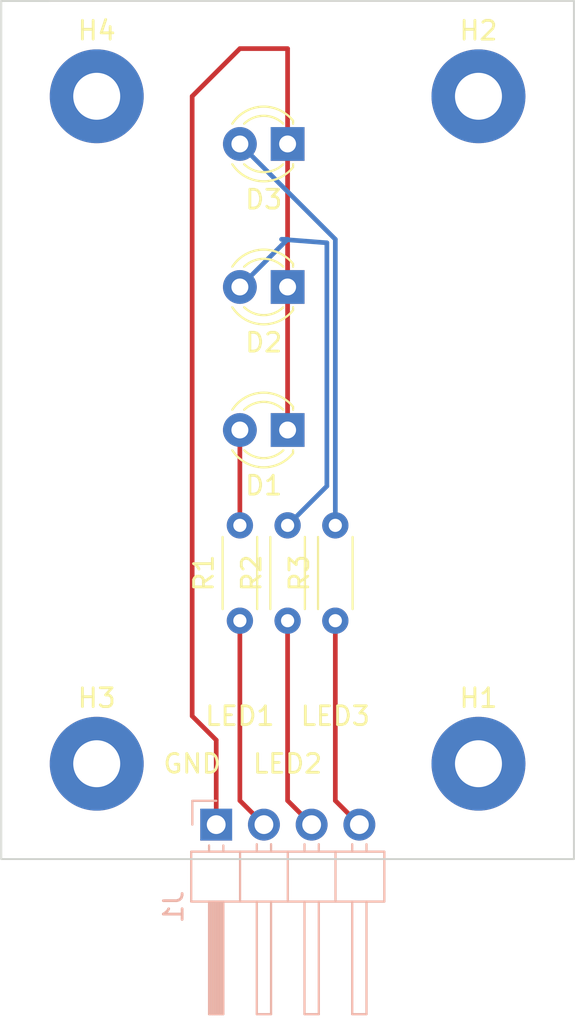
<source format=kicad_pcb>
(kicad_pcb (version 20211014) (generator pcbnew)
  (layers (0 "F.Cu" signal) (31 "B.Cu" signal) (34 "B.Paste" user) (35 "F.Paste" user) (36 "B.SilkS" user "B.Silkscreen") (37 "F.SilkS" user "F.Silkscreen") (38 "B.Mask" user) (39 "F.Mask" user) (44 "Edge.Cuts" user))
  (net 0 "")
  (net 1 "Net-(D1-Pad1)")
  (net 2 "Net-(D1-Pad2)")
  (net 3 "Net-(D2-Pad2)")
  (net 4 "Net-(D3-Pad2)")
  (net 5 "Net-(J1-Pad2)")
  (net 6 "Net-(J1-Pad3)")
  (net 7 "Net-(J1-Pad4)")
  (footprint "LED_THT:LED_D3.0mm" (layer "F.Cu") (at 48.26 22.86 180)
    (fp_text reference "D3" (at 1.27 -2.96) (layer "F.SilkS"))
    (fp_text value "LED")
    (fp_line (start -0.29 -1.236) (end -0.29 -1.08) (layer "F.SilkS") (width 0.12))
    (fp_line (start -0.29 1.08) (end -0.29 1.236) (layer "F.SilkS") (width 0.12))
    (fp_arc (start 0.229039 -1.08) (mid 1.270117 -1.5) (end 2.31113 -1.079837) (layer "F.SilkS") (width 0.12))
    (fp_arc (start -0.29 -1.235516) (mid 1.366487 -1.987659) (end 2.942335 -1.078608) (layer "F.SilkS") (width 0.12))
    (fp_arc (start 2.31113 1.079837) (mid 1.270117 1.5) (end 0.229039 1.08) (layer "F.SilkS") (width 0.12))
    (fp_arc (start 2.942335 1.078608) (mid 1.366487 1.987659) (end -0.29 1.235516) (layer "F.SilkS") (width 0.12))
    (pad "1" thru_hole rect (at 0 0 180) (size 1.8 1.8) (drill 0.9) (layers *.Cu *.Mask) (net 1 "Net-(D1-Pad1)"))
    (pad "2" thru_hole circle (at 2.54 0 180) (size 1.8 1.8) (drill 0.9) (layers *.Cu *.Mask) (net 4 "Net-(D3-Pad2)"))
  )
  (footprint "MountingHole:MountingHole_2.5mm_Pad" (layer "F.Cu") (at 38.1 20.32)
    (fp_text reference "H4" (at 0 -3.5) (layer "F.SilkS"))
    (fp_text value "MountingHole")
    (pad "1" thru_hole circle (at 0 0) (size 5 5) (drill 2.5) (layers *.Cu *.Mask))
  )
  (footprint "MountingHole:MountingHole_2.5mm_Pad" (layer "F.Cu") (at 58.42 55.88)
    (fp_text reference "H1" (at 0 -3.5) (layer "F.SilkS"))
    (fp_text value "MountingHole")
    (pad "1" thru_hole circle (at 0 0) (size 5 5) (drill 2.5) (layers *.Cu *.Mask))
  )
  (footprint "LED_THT:LED_D3.0mm" (layer "F.Cu") (at 48.26 30.48 180)
    (fp_text reference "D2" (at 1.27 -2.96) (layer "F.SilkS"))
    (fp_text value "LED")
    (fp_line (start -0.29 -1.236) (end -0.29 -1.08) (layer "F.SilkS") (width 0.12))
    (fp_line (start -0.29 1.08) (end -0.29 1.236) (layer "F.SilkS") (width 0.12))
    (fp_arc (start 2.31113 1.079837) (mid 1.270117 1.5) (end 0.229039 1.08) (layer "F.SilkS") (width 0.12))
    (fp_arc (start -0.29 -1.235516) (mid 1.366487 -1.987659) (end 2.942335 -1.078608) (layer "F.SilkS") (width 0.12))
    (fp_arc (start 0.229039 -1.08) (mid 1.270117 -1.5) (end 2.31113 -1.079837) (layer "F.SilkS") (width 0.12))
    (fp_arc (start 2.942335 1.078608) (mid 1.366487 1.987659) (end -0.29 1.235516) (layer "F.SilkS") (width 0.12))
    (pad "1" thru_hole rect (at 0 0 180) (size 1.8 1.8) (drill 0.9) (layers *.Cu *.Mask) (net 1 "Net-(D1-Pad1)"))
    (pad "2" thru_hole circle (at 2.54 0 180) (size 1.8 1.8) (drill 0.9) (layers *.Cu *.Mask) (net 3 "Net-(D2-Pad2)"))
  )
  (footprint "Resistor_THT:R_Axial_DIN0204_L3.6mm_D1.6mm_P5.08mm_Horizontal" (layer "F.Cu") (at 48.26 48.26 90)
    (fp_text reference "R2" (at 2.54 -1.92 90) (layer "F.SilkS"))
    (fp_text value "R")
    (fp_line (start 0.62 0.92) (end 4.46 0.92) (layer "F.SilkS") (width 0.12))
    (fp_line (start 0.62 -0.92) (end 4.46 -0.92) (layer "F.SilkS") (width 0.12))
    (pad "1" thru_hole circle (at 0 0 90) (size 1.4 1.4) (drill 0.7) (layers *.Cu *.Mask) (net 6 "Net-(J1-Pad3)"))
    (pad "2" thru_hole oval (at 5.08 0 90) (size 1.4 1.4) (drill 0.7) (layers *.Cu *.Mask) (net 3 "Net-(D2-Pad2)"))
  )
  (footprint "Resistor_THT:R_Axial_DIN0204_L3.6mm_D1.6mm_P5.08mm_Horizontal" (layer "F.Cu") (at 50.8 48.26 90)
    (fp_text reference "R3" (at 2.54 -1.92 90) (layer "F.SilkS"))
    (fp_text value "R")
    (fp_line (start 0.62 -0.92) (end 4.46 -0.92) (layer "F.SilkS") (width 0.12))
    (fp_line (start 0.62 0.92) (end 4.46 0.92) (layer "F.SilkS") (width 0.12))
    (pad "1" thru_hole circle (at 0 0 90) (size 1.4 1.4) (drill 0.7) (layers *.Cu *.Mask) (net 7 "Net-(J1-Pad4)"))
    (pad "2" thru_hole oval (at 5.08 0 90) (size 1.4 1.4) (drill 0.7) (layers *.Cu *.Mask) (net 4 "Net-(D3-Pad2)"))
  )
  (footprint "Resistor_THT:R_Axial_DIN0204_L3.6mm_D1.6mm_P5.08mm_Horizontal" (layer "F.Cu") (at 45.72 48.26 90)
    (fp_text reference "R1" (at 2.54 -1.92 90) (layer "F.SilkS"))
    (fp_text value "R")
    (fp_line (start 0.62 -0.92) (end 4.46 -0.92) (layer "F.SilkS") (width 0.12))
    (fp_line (start 0.62 0.92) (end 4.46 0.92) (layer "F.SilkS") (width 0.12))
    (pad "1" thru_hole circle (at 0 0 90) (size 1.4 1.4) (drill 0.7) (layers *.Cu *.Mask) (net 5 "Net-(J1-Pad2)"))
    (pad "2" thru_hole oval (at 5.08 0 90) (size 1.4 1.4) (drill 0.7) (layers *.Cu *.Mask) (net 2 "Net-(D1-Pad2)"))
  )
  (footprint "MountingHole:MountingHole_2.5mm_Pad" (layer "F.Cu") (at 38.1 55.88)
    (fp_text reference "H3" (at 0 -3.5) (layer "F.SilkS"))
    (fp_text value "MountingHole")
    (pad "1" thru_hole circle (at 0 0) (size 5 5) (drill 2.5) (layers *.Cu *.Mask))
  )
  (footprint "MountingHole:MountingHole_2.5mm_Pad" (layer "F.Cu") (at 58.42 20.32)
    (fp_text reference "H2" (at 0 -3.5) (layer "F.SilkS"))
    (fp_text value "MountingHole")
    (pad "1" thru_hole circle (at 0 0) (size 5 5) (drill 2.5) (layers *.Cu *.Mask))
  )
  (footprint "LED_THT:LED_D3.0mm" (layer "F.Cu") (at 48.26 38.1 180)
    (fp_text reference "D1" (at 1.27 -2.96) (layer "F.SilkS"))
    (fp_text value "LED")
    (fp_line (start -0.29 1.08) (end -0.29 1.236) (layer "F.SilkS") (width 0.12))
    (fp_line (start -0.29 -1.236) (end -0.29 -1.08) (layer "F.SilkS") (width 0.12))
    (fp_arc (start 2.942335 1.078608) (mid 1.366487 1.987659) (end -0.29 1.235516) (layer "F.SilkS") (width 0.12))
    (fp_arc (start 0.229039 -1.08) (mid 1.270117 -1.5) (end 2.31113 -1.079837) (layer "F.SilkS") (width 0.12))
    (fp_arc (start 2.31113 1.079837) (mid 1.270117 1.5) (end 0.229039 1.08) (layer "F.SilkS") (width 0.12))
    (fp_arc (start -0.29 -1.235516) (mid 1.366487 -1.987659) (end 2.942335 -1.078608) (layer "F.SilkS") (width 0.12))
    (pad "1" thru_hole rect (at 0 0 180) (size 1.8 1.8) (drill 0.9) (layers *.Cu *.Mask) (net 1 "Net-(D1-Pad1)"))
    (pad "2" thru_hole circle (at 2.54 0 180) (size 1.8 1.8) (drill 0.9) (layers *.Cu *.Mask) (net 2 "Net-(D1-Pad2)"))
  )
  (footprint "Connector_PinHeader_2.54mm:PinHeader_1x04_P2.54mm_Horizontal" (layer "B.Cu") (at 44.46 59.125 -90)
    (fp_text reference "J1" (at 4.385 2.27 90) (layer "B.SilkS") (effects (justify mirror)))
    (fp_text value "Conn_01x04")
    (fp_line (start 4.1 -0.04) (end 10.1 -0.04) (layer "B.SilkS") (width 0.12))
    (fp_line (start 4.1 0.2) (end 10.1 0.2) (layer "B.SilkS") (width 0.12))
    (fp_line (start -1.27 1.27) (end 0 1.27) (layer "B.SilkS") (width 0.12))
    (fp_line (start 4.1 -7.24) (end 10.1 -7.24) (layer "B.SilkS") (width 0.12))
    (fp_line (start 1.042929 -5.46) (end 1.44 -5.46) (layer "B.SilkS") (width 0.12))
    (fp_line (start 1.44 -1.27) (end 4.1 -1.27) (layer "B.SilkS") (width 0.12))
    (fp_line (start 10.1 -4.7) (end 10.1 -5.46) (layer "B.SilkS") (width 0.12))
    (fp_line (start 4.1 -0.28) (end 10.1 -0.28) (layer "B.SilkS") (width 0.12))
    (fp_line (start 10.1 -2.92) (end 4.1 -2.92) (layer "B.SilkS") (width 0.12))
    (fp_line (start 10.1 -2.16) (end 10.1 -2.92) (layer "B.SilkS") (width 0.12))
    (fp_line (start 1.11 -0.38) (end 1.44 -0.38) (layer "B.SilkS") (width 0.12))
    (fp_line (start 1.042929 -2.92) (end 1.44 -2.92) (layer "B.SilkS") (width 0.12))
    (fp_line (start 1.44 1.33) (end 1.44 -8.95) (layer "B.SilkS") (width 0.12))
    (fp_line (start 1.042929 -4.7) (end 1.44 -4.7) (layer "B.SilkS") (width 0.12))
    (fp_line (start 1.042929 -7.24) (end 1.44 -7.24) (layer "B.SilkS") (width 0.12))
    (fp_line (start 1.042929 -2.16) (end 1.44 -2.16) (layer "B.SilkS") (width 0.12))
    (fp_line (start 1.44 -3.81) (end 4.1 -3.81) (layer "B.SilkS") (width 0.12))
    (fp_line (start 1.44 -8.95) (end 4.1 -8.95) (layer "B.SilkS") (width 0.12))
    (fp_line (start 4.1 0.08) (end 10.1 0.08) (layer "B.SilkS") (width 0.12))
    (fp_line (start 1.11 0.38) (end 1.44 0.38) (layer "B.SilkS") (width 0.12))
    (fp_line (start 10.1 -0.38) (end 4.1 -0.38) (layer "B.SilkS") (width 0.12))
    (fp_line (start 10.1 0.38) (end 10.1 -0.38) (layer "B.SilkS") (width 0.12))
    (fp_line (start 4.1 -8.95) (end 4.1 1.33) (layer "B.SilkS") (width 0.12))
    (fp_line (start 4.1 0.32) (end 10.1 0.32) (layer "B.SilkS") (width 0.12))
    (fp_line (start 4.1 -0.16) (end 10.1 -0.16) (layer "B.SilkS") (width 0.12))
    (fp_line (start -1.27 0) (end -1.27 1.27) (layer "B.SilkS") (width 0.12))
    (fp_line (start 10.1 -5.46) (end 4.1 -5.46) (layer "B.SilkS") (width 0.12))
    (fp_line (start 10.1 -8) (end 4.1 -8) (layer "B.SilkS") (width 0.12))
    (fp_line (start 4.1 -2.16) (end 10.1 -2.16) (layer "B.SilkS") (width 0.12))
    (fp_line (start 4.1 1.33) (end 1.44 1.33) (layer "B.SilkS") (width 0.12))
    (fp_line (start 10.1 -7.24) (end 10.1 -8) (layer "B.SilkS") (width 0.12))
    (fp_line (start 1.042929 -8) (end 1.44 -8) (layer "B.SilkS") (width 0.12))
    (fp_line (start 4.1 -4.7) (end 10.1 -4.7) (layer "B.SilkS") (width 0.12))
    (fp_line (start 1.44 -6.35) (end 4.1 -6.35) (layer "B.SilkS") (width 0.12))
    (fp_line (start 4.1 0.38) (end 10.1 0.38) (layer "B.SilkS") (width 0.12))
    (pad "1" thru_hole rect (at 0 0 270) (size 1.7 1.7) (drill 1) (layers *.Cu *.Mask) (net 1 "Net-(D1-Pad1)"))
    (pad "2" thru_hole oval (at 0 -2.54 270) (size 1.7 1.7) (drill 1) (layers *.Cu *.Mask) (net 5 "Net-(J1-Pad2)"))
    (pad "3" thru_hole oval (at 0 -5.08 270) (size 1.7 1.7) (drill 1) (layers *.Cu *.Mask) (net 6 "Net-(J1-Pad3)"))
    (pad "4" thru_hole oval (at 0 -7.62 270) (size 1.7 1.7) (drill 1) (layers *.Cu *.Mask) (net 7 "Net-(J1-Pad4)"))
  )
  (gr_line (start 33.02 60.96) (end 33.02 15.24) (layer "Edge.Cuts") (width 0.1))
  (gr_line (start 33.02 15.24) (end 35.56 15.24) (layer "Edge.Cuts") (width 0.1))
  (gr_line (start 63.5 15.24) (end 63.5 60.96) (layer "Edge.Cuts") (width 0.1))
  (gr_line (start 63.5 60.96) (end 33.02 60.96) (layer "Edge.Cuts") (width 0.1))
  (gr_line (start 33.02 15.24) (end 63.5 15.24) (layer "Edge.Cuts") (width 0.1))
  (gr_text "GND" (at 43.18 55.88) (layer "F.SilkS") (effects (font (size 1 1))))
  (gr_text "LED2" (at 48.26 55.88) (layer "F.SilkS") (effects (font (size 1 1))))
  (gr_text "LED1\n" (at 45.72 53.34) (layer "F.SilkS") (effects (font (size 1 1))))
  (gr_text "LED3\n" (at 50.8 53.34) (layer "F.SilkS") (effects (font (size 1 1))))
  (segment (start 44.46 54.62) (end 44.46 59.125) (width 0.25) (layer "F.Cu") (net 1))
  (segment (start 48.26 38.1) (end 48.26 30.48) (width 0.25) (layer "F.Cu") (net 1))
  (segment (start 43.18 53.34) (end 44.46 54.62) (width 0.25) (layer "F.Cu") (net 1))
  (segment (start 43.18 20.32) (end 43.18 53.34) (width 0.25) (layer "F.Cu") (net 1))
  (segment (start 48.26 17.78) (end 45.72 17.78) (width 0.25) (layer "F.Cu") (net 1))
  (segment (start 48.26 22.86) (end 48.26 17.78) (width 0.25) (layer "F.Cu") (net 1))
  (segment (start 45.72 17.78) (end 43.18 20.32) (width 0.25) (layer "F.Cu") (net 1))
  (segment (start 48.26 30.48) (end 48.26 22.86) (width 0.25) (layer "F.Cu") (net 1))
  (segment (start 45.72 43.18) (end 45.72 38.1) (width 0.25) (layer "F.Cu") (net 2))
  (segment (start 50.35048 41.08952) (end 48.26 43.18) (width 0.25) (layer "B.Cu") (net 3))
  (segment (start 47.942141 27.94) (end 50.35048 28.126198) (width 0.25) (layer "B.Cu") (net 3))
  (segment (start 45.72 30.48) (end 48.26 27.94) (width 0.25) (layer "B.Cu") (net 3))
  (segment (start 50.35048 28.126198) (end 50.35048 41.08952) (width 0.25) (layer "B.Cu") (net 3))
  (segment (start 48.26 27.94) (end 47.942141 27.94) (width 0.25) (layer "B.Cu") (net 3))
  (segment (start 50.8 27.94) (end 45.72 22.86) (width 0.25) (layer "B.Cu") (net 4))
  (segment (start 50.8 43.18) (end 50.8 27.94) (width 0.25) (layer "B.Cu") (net 4))
  (segment (start 47 59.125) (end 45.72 57.845) (width 0.25) (layer "F.Cu") (net 5))
  (segment (start 45.72 57.845) (end 45.72 48.26) (width 0.25) (layer "F.Cu") (net 5))
  (segment (start 48.26 57.845) (end 49.54 59.125) (width 0.25) (layer "F.Cu") (net 6))
  (segment (start 48.26 48.26) (end 48.26 57.845) (width 0.25) (layer "F.Cu") (net 6))
  (segment (start 52.08 59.125) (end 50.8 57.845) (width 0.25) (layer "F.Cu") (net 7))
  (segment (start 50.8 57.845) (end 50.8 48.26) (width 0.25) (layer "F.Cu") (net 7))
)
</source>
